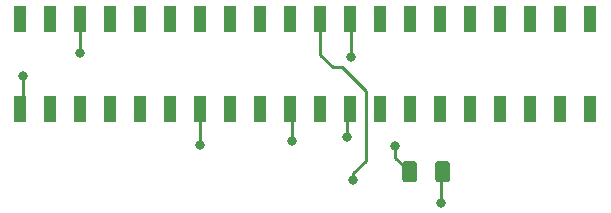
<source format=gbr>
G04 #@! TF.GenerationSoftware,KiCad,Pcbnew,5.0.2+dfsg1-1~bpo9+1*
G04 #@! TF.CreationDate,2018-12-31T18:08:11+00:00*
G04 #@! TF.ProjectId,13_full_breakout_gpio,31335f66-756c-46c5-9f62-7265616b6f75,rev?*
G04 #@! TF.SameCoordinates,Original*
G04 #@! TF.FileFunction,Copper,L2,Bot*
G04 #@! TF.FilePolarity,Positive*
%FSLAX46Y46*%
G04 Gerber Fmt 4.6, Leading zero omitted, Abs format (unit mm)*
G04 Created by KiCad (PCBNEW 5.0.2+dfsg1-1~bpo9+1) date Mon 31 Dec 2018 18:08:11 GMT*
%MOMM*%
%LPD*%
G01*
G04 APERTURE LIST*
G04 #@! TA.AperFunction,SMDPad,CuDef*
%ADD10R,1.000000X2.300000*%
G04 #@! TD*
G04 #@! TA.AperFunction,Conductor*
%ADD11C,0.100000*%
G04 #@! TD*
G04 #@! TA.AperFunction,SMDPad,CuDef*
%ADD12C,1.250000*%
G04 #@! TD*
G04 #@! TA.AperFunction,ViaPad*
%ADD13C,0.800000*%
G04 #@! TD*
G04 #@! TA.AperFunction,Conductor*
%ADD14C,0.250000*%
G04 #@! TD*
G04 APERTURE END LIST*
D10*
G04 #@! TO.P,J1,1*
G04 #@! TO.N,Net-(J1-Pad1)*
X135191500Y-77724000D03*
G04 #@! TO.P,J1,2*
G04 #@! TO.N,Net-(J1-Pad2)*
X135191500Y-70104000D03*
G04 #@! TO.P,J1,3*
G04 #@! TO.N,Net-(J1-Pad3)*
X137731500Y-77724000D03*
G04 #@! TO.P,J1,4*
G04 #@! TO.N,Net-(J1-Pad4)*
X137731500Y-70104000D03*
G04 #@! TO.P,J1,5*
G04 #@! TO.N,Net-(J1-Pad5)*
X140271500Y-77724000D03*
G04 #@! TO.P,J1,6*
G04 #@! TO.N,Net-(J1-Pad6)*
X140271500Y-70104000D03*
G04 #@! TO.P,J1,7*
G04 #@! TO.N,Net-(J1-Pad7)*
X142811500Y-77724000D03*
G04 #@! TO.P,J1,8*
G04 #@! TO.N,Net-(J1-Pad8)*
X142811500Y-70104000D03*
G04 #@! TO.P,J1,9*
G04 #@! TO.N,Net-(J1-Pad9)*
X145351500Y-77724000D03*
G04 #@! TO.P,J1,10*
G04 #@! TO.N,Net-(J1-Pad10)*
X145351500Y-70104000D03*
G04 #@! TO.P,J1,11*
G04 #@! TO.N,Net-(J1-Pad11)*
X147891500Y-77724000D03*
G04 #@! TO.P,J1,12*
G04 #@! TO.N,Net-(J1-Pad12)*
X147891500Y-70104000D03*
G04 #@! TO.P,J1,13*
G04 #@! TO.N,Net-(J1-Pad13)*
X150431500Y-77724000D03*
G04 #@! TO.P,J1,14*
G04 #@! TO.N,Net-(J1-Pad14)*
X150431500Y-70104000D03*
G04 #@! TO.P,J1,15*
G04 #@! TO.N,Net-(J1-Pad15)*
X152971500Y-77724000D03*
G04 #@! TO.P,J1,16*
G04 #@! TO.N,Net-(J1-Pad16)*
X152971500Y-70104000D03*
G04 #@! TO.P,J1,17*
G04 #@! TO.N,Net-(J1-Pad17)*
X155511500Y-77724000D03*
G04 #@! TO.P,J1,18*
G04 #@! TO.N,Net-(J1-Pad18)*
X155511500Y-70104000D03*
G04 #@! TO.P,J1,19*
G04 #@! TO.N,Net-(J1-Pad19)*
X158051500Y-77724000D03*
G04 #@! TO.P,J1,20*
G04 #@! TO.N,Net-(J1-Pad20)*
X158051500Y-70104000D03*
G04 #@! TO.P,J1,21*
G04 #@! TO.N,Net-(J1-Pad21)*
X160591500Y-77724000D03*
G04 #@! TO.P,J1,22*
G04 #@! TO.N,Net-(J1-Pad22)*
X160591500Y-70104000D03*
G04 #@! TO.P,J1,23*
G04 #@! TO.N,Net-(J1-Pad23)*
X163131500Y-77724000D03*
G04 #@! TO.P,J1,24*
G04 #@! TO.N,Net-(J1-Pad24)*
X163131500Y-70104000D03*
G04 #@! TO.P,J1,25*
G04 #@! TO.N,Net-(J1-Pad25)*
X165671500Y-77724000D03*
G04 #@! TO.P,J1,26*
G04 #@! TO.N,Net-(J1-Pad26)*
X165671500Y-70104000D03*
G04 #@! TO.P,J1,27*
G04 #@! TO.N,Net-(J1-Pad27)*
X168211500Y-77724000D03*
G04 #@! TO.P,J1,28*
G04 #@! TO.N,Net-(J1-Pad28)*
X168211500Y-70104000D03*
G04 #@! TO.P,J1,29*
G04 #@! TO.N,Net-(J1-Pad29)*
X170751500Y-77724000D03*
G04 #@! TO.P,J1,30*
G04 #@! TO.N,Net-(J1-Pad30)*
X170751500Y-70104000D03*
G04 #@! TO.P,J1,31*
G04 #@! TO.N,Net-(J1-Pad31)*
X173291500Y-77724000D03*
G04 #@! TO.P,J1,32*
G04 #@! TO.N,Net-(J1-Pad32)*
X173291500Y-70104000D03*
G04 #@! TO.P,J1,33*
G04 #@! TO.N,Net-(J1-Pad33)*
X175831500Y-77724000D03*
G04 #@! TO.P,J1,34*
G04 #@! TO.N,Net-(J1-Pad34)*
X175831500Y-70104000D03*
G04 #@! TO.P,J1,35*
G04 #@! TO.N,Net-(J1-Pad35)*
X178371500Y-77724000D03*
G04 #@! TO.P,J1,36*
G04 #@! TO.N,Net-(J1-Pad36)*
X178371500Y-70104000D03*
G04 #@! TO.P,J1,37*
G04 #@! TO.N,Net-(J1-Pad37)*
X180911500Y-77724000D03*
G04 #@! TO.P,J1,38*
G04 #@! TO.N,Net-(J1-Pad38)*
X180911500Y-70104000D03*
G04 #@! TO.P,J1,39*
G04 #@! TO.N,Net-(J1-Pad39)*
X183451500Y-77724000D03*
G04 #@! TO.P,J1,40*
G04 #@! TO.N,Net-(J1-Pad40)*
X183451500Y-70104000D03*
G04 #@! TD*
D11*
G04 #@! TO.N,Net-(J1-Pad1)*
G04 #@! TO.C,R1*
G36*
X168541504Y-82184204D02*
X168565773Y-82187804D01*
X168589571Y-82193765D01*
X168612671Y-82202030D01*
X168634849Y-82212520D01*
X168655893Y-82225133D01*
X168675598Y-82239747D01*
X168693777Y-82256223D01*
X168710253Y-82274402D01*
X168724867Y-82294107D01*
X168737480Y-82315151D01*
X168747970Y-82337329D01*
X168756235Y-82360429D01*
X168762196Y-82384227D01*
X168765796Y-82408496D01*
X168767000Y-82433000D01*
X168767000Y-83683000D01*
X168765796Y-83707504D01*
X168762196Y-83731773D01*
X168756235Y-83755571D01*
X168747970Y-83778671D01*
X168737480Y-83800849D01*
X168724867Y-83821893D01*
X168710253Y-83841598D01*
X168693777Y-83859777D01*
X168675598Y-83876253D01*
X168655893Y-83890867D01*
X168634849Y-83903480D01*
X168612671Y-83913970D01*
X168589571Y-83922235D01*
X168565773Y-83928196D01*
X168541504Y-83931796D01*
X168517000Y-83933000D01*
X167767000Y-83933000D01*
X167742496Y-83931796D01*
X167718227Y-83928196D01*
X167694429Y-83922235D01*
X167671329Y-83913970D01*
X167649151Y-83903480D01*
X167628107Y-83890867D01*
X167608402Y-83876253D01*
X167590223Y-83859777D01*
X167573747Y-83841598D01*
X167559133Y-83821893D01*
X167546520Y-83800849D01*
X167536030Y-83778671D01*
X167527765Y-83755571D01*
X167521804Y-83731773D01*
X167518204Y-83707504D01*
X167517000Y-83683000D01*
X167517000Y-82433000D01*
X167518204Y-82408496D01*
X167521804Y-82384227D01*
X167527765Y-82360429D01*
X167536030Y-82337329D01*
X167546520Y-82315151D01*
X167559133Y-82294107D01*
X167573747Y-82274402D01*
X167590223Y-82256223D01*
X167608402Y-82239747D01*
X167628107Y-82225133D01*
X167649151Y-82212520D01*
X167671329Y-82202030D01*
X167694429Y-82193765D01*
X167718227Y-82187804D01*
X167742496Y-82184204D01*
X167767000Y-82183000D01*
X168517000Y-82183000D01*
X168541504Y-82184204D01*
X168541504Y-82184204D01*
G37*
D12*
G04 #@! TD*
G04 #@! TO.P,R1,1*
G04 #@! TO.N,Net-(J1-Pad1)*
X168142000Y-83058000D03*
D11*
G04 #@! TO.N,Net-(R1-Pad2)*
G04 #@! TO.C,R1*
G36*
X171341504Y-82184204D02*
X171365773Y-82187804D01*
X171389571Y-82193765D01*
X171412671Y-82202030D01*
X171434849Y-82212520D01*
X171455893Y-82225133D01*
X171475598Y-82239747D01*
X171493777Y-82256223D01*
X171510253Y-82274402D01*
X171524867Y-82294107D01*
X171537480Y-82315151D01*
X171547970Y-82337329D01*
X171556235Y-82360429D01*
X171562196Y-82384227D01*
X171565796Y-82408496D01*
X171567000Y-82433000D01*
X171567000Y-83683000D01*
X171565796Y-83707504D01*
X171562196Y-83731773D01*
X171556235Y-83755571D01*
X171547970Y-83778671D01*
X171537480Y-83800849D01*
X171524867Y-83821893D01*
X171510253Y-83841598D01*
X171493777Y-83859777D01*
X171475598Y-83876253D01*
X171455893Y-83890867D01*
X171434849Y-83903480D01*
X171412671Y-83913970D01*
X171389571Y-83922235D01*
X171365773Y-83928196D01*
X171341504Y-83931796D01*
X171317000Y-83933000D01*
X170567000Y-83933000D01*
X170542496Y-83931796D01*
X170518227Y-83928196D01*
X170494429Y-83922235D01*
X170471329Y-83913970D01*
X170449151Y-83903480D01*
X170428107Y-83890867D01*
X170408402Y-83876253D01*
X170390223Y-83859777D01*
X170373747Y-83841598D01*
X170359133Y-83821893D01*
X170346520Y-83800849D01*
X170336030Y-83778671D01*
X170327765Y-83755571D01*
X170321804Y-83731773D01*
X170318204Y-83707504D01*
X170317000Y-83683000D01*
X170317000Y-82433000D01*
X170318204Y-82408496D01*
X170321804Y-82384227D01*
X170327765Y-82360429D01*
X170336030Y-82337329D01*
X170346520Y-82315151D01*
X170359133Y-82294107D01*
X170373747Y-82274402D01*
X170390223Y-82256223D01*
X170408402Y-82239747D01*
X170428107Y-82225133D01*
X170449151Y-82212520D01*
X170471329Y-82202030D01*
X170494429Y-82193765D01*
X170518227Y-82187804D01*
X170542496Y-82184204D01*
X170567000Y-82183000D01*
X171317000Y-82183000D01*
X171341504Y-82184204D01*
X171341504Y-82184204D01*
G37*
D12*
G04 #@! TD*
G04 #@! TO.P,R1,2*
G04 #@! TO.N,Net-(R1-Pad2)*
X170942000Y-83058000D03*
D13*
G04 #@! TO.N,Net-(J1-Pad1)*
X135382000Y-74930000D03*
X166941500Y-80899000D03*
G04 #@! TO.N,Net-(J1-Pad6)*
X140208000Y-73025000D03*
G04 #@! TO.N,Net-(J1-Pad13)*
X150431500Y-80835500D03*
G04 #@! TO.N,Net-(J1-Pad19)*
X158178500Y-80454500D03*
G04 #@! TO.N,Net-(J1-Pad22)*
X163385500Y-83756500D03*
G04 #@! TO.N,Net-(J1-Pad23)*
X162814000Y-80137000D03*
G04 #@! TO.N,Net-(J1-Pad24)*
X163195000Y-73342500D03*
G04 #@! TO.N,Net-(R1-Pad2)*
X170815000Y-85725000D03*
G04 #@! TD*
D14*
G04 #@! TO.N,Net-(J1-Pad1)*
X135382000Y-77533500D02*
X135191500Y-77724000D01*
X135382000Y-74930000D02*
X135382000Y-77533500D01*
X166941500Y-81857500D02*
X166941500Y-80899000D01*
X168142000Y-83058000D02*
X166941500Y-81857500D01*
G04 #@! TO.N,Net-(J1-Pad6)*
X140208000Y-70167500D02*
X140271500Y-70104000D01*
X140208000Y-73025000D02*
X140208000Y-70167500D01*
G04 #@! TO.N,Net-(J1-Pad13)*
X150431500Y-80269815D02*
X150431500Y-77724000D01*
X150431500Y-80835500D02*
X150431500Y-80269815D01*
G04 #@! TO.N,Net-(J1-Pad19)*
X158178500Y-77851000D02*
X158051500Y-77724000D01*
X158178500Y-80454500D02*
X158178500Y-77851000D01*
G04 #@! TO.N,Net-(J1-Pad22)*
X163385500Y-83190815D02*
X164465000Y-82111315D01*
X163385500Y-83756500D02*
X163385500Y-83190815D01*
X164465000Y-82111315D02*
X164465000Y-76263500D01*
X164465000Y-76263500D02*
X162433000Y-74231500D01*
X162433000Y-74231500D02*
X161671000Y-74231500D01*
X160591500Y-73152000D02*
X160591500Y-70104000D01*
X161671000Y-74231500D02*
X160591500Y-73152000D01*
G04 #@! TO.N,Net-(J1-Pad23)*
X162814000Y-78041500D02*
X163131500Y-77724000D01*
X162814000Y-80137000D02*
X162814000Y-78041500D01*
G04 #@! TO.N,Net-(J1-Pad24)*
X163195000Y-70167500D02*
X163131500Y-70104000D01*
X163195000Y-73342500D02*
X163195000Y-70167500D01*
G04 #@! TO.N,Net-(R1-Pad2)*
X170815000Y-83185000D02*
X170942000Y-83058000D01*
X170815000Y-85725000D02*
X170815000Y-83185000D01*
G04 #@! TD*
M02*

</source>
